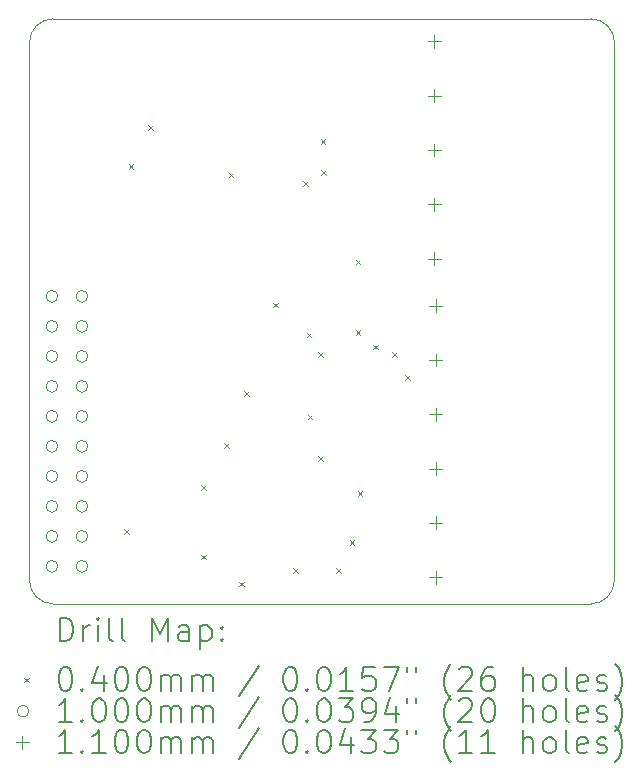
<source format=gbr>
%TF.GenerationSoftware,KiCad,Pcbnew,8.0.0-rc2-358-gd9abaa23a4*%
%TF.CreationDate,2024-02-08T19:09:20+01:00*%
%TF.ProjectId,xDuinoRail-Breakout-RailcomDetect,78447569-6e6f-4526-9169-6c2d42726561,rev?*%
%TF.SameCoordinates,Original*%
%TF.FileFunction,Drillmap*%
%TF.FilePolarity,Positive*%
%FSLAX45Y45*%
G04 Gerber Fmt 4.5, Leading zero omitted, Abs format (unit mm)*
G04 Created by KiCad (PCBNEW 8.0.0-rc2-358-gd9abaa23a4) date 2024-02-08 19:09:20*
%MOMM*%
%LPD*%
G01*
G04 APERTURE LIST*
%ADD10C,0.100000*%
%ADD11C,0.200000*%
%ADD12C,0.110000*%
G04 APERTURE END LIST*
D10*
X13652500Y-6931000D02*
G75*
G02*
X13852500Y-6731000I200000J0D01*
G01*
X13852500Y-11684000D02*
G75*
G02*
X13652500Y-11484000I0J200000D01*
G01*
X18405500Y-11684000D02*
X13852500Y-11684000D01*
X18405500Y-6731000D02*
G75*
G02*
X18605500Y-6931000I0J-200000D01*
G01*
X18605500Y-11484000D02*
G75*
G02*
X18405500Y-11684000I-200000J0D01*
G01*
X13652500Y-11484000D02*
X13652500Y-6931000D01*
X13852500Y-6731000D02*
X18405500Y-6731000D01*
X18605500Y-6931000D02*
X18605500Y-11484000D01*
D11*
D10*
X14452420Y-11053860D02*
X14492420Y-11093860D01*
X14492420Y-11053860D02*
X14452420Y-11093860D01*
X14492660Y-7959020D02*
X14532660Y-7999020D01*
X14532660Y-7959020D02*
X14492660Y-7999020D01*
X14655750Y-7629700D02*
X14695750Y-7669700D01*
X14695750Y-7629700D02*
X14655750Y-7669700D01*
X15104240Y-10676580D02*
X15144240Y-10716580D01*
X15144240Y-10676580D02*
X15104240Y-10716580D01*
X15104240Y-11266820D02*
X15144240Y-11306820D01*
X15144240Y-11266820D02*
X15104240Y-11306820D01*
X15299290Y-10320700D02*
X15339290Y-10360700D01*
X15339290Y-10320700D02*
X15299290Y-10360700D01*
X15339910Y-8034070D02*
X15379910Y-8074070D01*
X15379910Y-8034070D02*
X15339910Y-8074070D01*
X15428460Y-11495320D02*
X15468460Y-11535320D01*
X15468460Y-11495320D02*
X15428460Y-11535320D01*
X15472770Y-9885300D02*
X15512770Y-9925300D01*
X15512770Y-9885300D02*
X15472770Y-9925300D01*
X15718500Y-9133000D02*
X15758500Y-9173000D01*
X15758500Y-9133000D02*
X15718500Y-9173000D01*
X15883530Y-11383280D02*
X15923530Y-11423280D01*
X15923530Y-11383280D02*
X15883530Y-11423280D01*
X15972310Y-8104080D02*
X16012310Y-8144080D01*
X16012310Y-8104080D02*
X15972310Y-8144080D01*
X15998780Y-9386980D02*
X16038780Y-9426980D01*
X16038780Y-9386980D02*
X15998780Y-9426980D01*
X16009000Y-10081880D02*
X16049000Y-10121880D01*
X16049000Y-10081880D02*
X16009000Y-10121880D01*
X16094470Y-9555270D02*
X16134470Y-9595270D01*
X16134470Y-9555270D02*
X16094470Y-9595270D01*
X16096000Y-10430760D02*
X16136000Y-10470760D01*
X16136000Y-10430760D02*
X16096000Y-10470760D01*
X16117920Y-7752390D02*
X16157920Y-7792390D01*
X16157920Y-7752390D02*
X16117920Y-7792390D01*
X16119720Y-8012500D02*
X16159720Y-8052500D01*
X16159720Y-8012500D02*
X16119720Y-8052500D01*
X16249540Y-11383280D02*
X16289540Y-11423280D01*
X16289540Y-11383280D02*
X16249540Y-11423280D01*
X16363000Y-11146760D02*
X16403000Y-11186760D01*
X16403000Y-11146760D02*
X16363000Y-11186760D01*
X16414830Y-8770290D02*
X16454830Y-8810290D01*
X16454830Y-8770290D02*
X16414830Y-8810290D01*
X16414830Y-9366410D02*
X16454830Y-9406410D01*
X16454830Y-9366410D02*
X16414830Y-9406410D01*
X16431510Y-10728190D02*
X16471510Y-10768190D01*
X16471510Y-10728190D02*
X16431510Y-10768190D01*
X16562700Y-9488450D02*
X16602700Y-9528450D01*
X16602700Y-9488450D02*
X16562700Y-9528450D01*
X16725440Y-9553930D02*
X16765440Y-9593930D01*
X16765440Y-9553930D02*
X16725440Y-9593930D01*
X16833890Y-9750680D02*
X16873890Y-9790680D01*
X16873890Y-9750680D02*
X16833890Y-9790680D01*
X13893000Y-9080500D02*
G75*
G02*
X13793000Y-9080500I-50000J0D01*
G01*
X13793000Y-9080500D02*
G75*
G02*
X13893000Y-9080500I50000J0D01*
G01*
X13893000Y-9334500D02*
G75*
G02*
X13793000Y-9334500I-50000J0D01*
G01*
X13793000Y-9334500D02*
G75*
G02*
X13893000Y-9334500I50000J0D01*
G01*
X13893000Y-9588500D02*
G75*
G02*
X13793000Y-9588500I-50000J0D01*
G01*
X13793000Y-9588500D02*
G75*
G02*
X13893000Y-9588500I50000J0D01*
G01*
X13893000Y-9842500D02*
G75*
G02*
X13793000Y-9842500I-50000J0D01*
G01*
X13793000Y-9842500D02*
G75*
G02*
X13893000Y-9842500I50000J0D01*
G01*
X13893000Y-10096500D02*
G75*
G02*
X13793000Y-10096500I-50000J0D01*
G01*
X13793000Y-10096500D02*
G75*
G02*
X13893000Y-10096500I50000J0D01*
G01*
X13893000Y-10350500D02*
G75*
G02*
X13793000Y-10350500I-50000J0D01*
G01*
X13793000Y-10350500D02*
G75*
G02*
X13893000Y-10350500I50000J0D01*
G01*
X13893000Y-10604500D02*
G75*
G02*
X13793000Y-10604500I-50000J0D01*
G01*
X13793000Y-10604500D02*
G75*
G02*
X13893000Y-10604500I50000J0D01*
G01*
X13893000Y-10858500D02*
G75*
G02*
X13793000Y-10858500I-50000J0D01*
G01*
X13793000Y-10858500D02*
G75*
G02*
X13893000Y-10858500I50000J0D01*
G01*
X13893000Y-11112500D02*
G75*
G02*
X13793000Y-11112500I-50000J0D01*
G01*
X13793000Y-11112500D02*
G75*
G02*
X13893000Y-11112500I50000J0D01*
G01*
X13893000Y-11366500D02*
G75*
G02*
X13793000Y-11366500I-50000J0D01*
G01*
X13793000Y-11366500D02*
G75*
G02*
X13893000Y-11366500I50000J0D01*
G01*
X14147000Y-9080500D02*
G75*
G02*
X14047000Y-9080500I-50000J0D01*
G01*
X14047000Y-9080500D02*
G75*
G02*
X14147000Y-9080500I50000J0D01*
G01*
X14147000Y-9334500D02*
G75*
G02*
X14047000Y-9334500I-50000J0D01*
G01*
X14047000Y-9334500D02*
G75*
G02*
X14147000Y-9334500I50000J0D01*
G01*
X14147000Y-9588500D02*
G75*
G02*
X14047000Y-9588500I-50000J0D01*
G01*
X14047000Y-9588500D02*
G75*
G02*
X14147000Y-9588500I50000J0D01*
G01*
X14147000Y-9842500D02*
G75*
G02*
X14047000Y-9842500I-50000J0D01*
G01*
X14047000Y-9842500D02*
G75*
G02*
X14147000Y-9842500I50000J0D01*
G01*
X14147000Y-10096500D02*
G75*
G02*
X14047000Y-10096500I-50000J0D01*
G01*
X14047000Y-10096500D02*
G75*
G02*
X14147000Y-10096500I50000J0D01*
G01*
X14147000Y-10350500D02*
G75*
G02*
X14047000Y-10350500I-50000J0D01*
G01*
X14047000Y-10350500D02*
G75*
G02*
X14147000Y-10350500I50000J0D01*
G01*
X14147000Y-10604500D02*
G75*
G02*
X14047000Y-10604500I-50000J0D01*
G01*
X14047000Y-10604500D02*
G75*
G02*
X14147000Y-10604500I50000J0D01*
G01*
X14147000Y-10858500D02*
G75*
G02*
X14047000Y-10858500I-50000J0D01*
G01*
X14047000Y-10858500D02*
G75*
G02*
X14147000Y-10858500I50000J0D01*
G01*
X14147000Y-11112500D02*
G75*
G02*
X14047000Y-11112500I-50000J0D01*
G01*
X14047000Y-11112500D02*
G75*
G02*
X14147000Y-11112500I50000J0D01*
G01*
X14147000Y-11366500D02*
G75*
G02*
X14047000Y-11366500I-50000J0D01*
G01*
X14047000Y-11366500D02*
G75*
G02*
X14147000Y-11366500I50000J0D01*
G01*
D12*
X17081500Y-6866500D02*
X17081500Y-6976500D01*
X17026500Y-6921500D02*
X17136500Y-6921500D01*
X17081500Y-7326500D02*
X17081500Y-7436500D01*
X17026500Y-7381500D02*
X17136500Y-7381500D01*
X17081500Y-7786500D02*
X17081500Y-7896500D01*
X17026500Y-7841500D02*
X17136500Y-7841500D01*
X17081500Y-8246500D02*
X17081500Y-8356500D01*
X17026500Y-8301500D02*
X17136500Y-8301500D01*
X17081500Y-8706500D02*
X17081500Y-8816500D01*
X17026500Y-8761500D02*
X17136500Y-8761500D01*
X17091500Y-9104500D02*
X17091500Y-9214500D01*
X17036500Y-9159500D02*
X17146500Y-9159500D01*
X17091500Y-9564500D02*
X17091500Y-9674500D01*
X17036500Y-9619500D02*
X17146500Y-9619500D01*
X17091500Y-10024500D02*
X17091500Y-10134500D01*
X17036500Y-10079500D02*
X17146500Y-10079500D01*
X17091500Y-10484500D02*
X17091500Y-10594500D01*
X17036500Y-10539500D02*
X17146500Y-10539500D01*
X17091500Y-10944500D02*
X17091500Y-11054500D01*
X17036500Y-10999500D02*
X17146500Y-10999500D01*
X17091500Y-11404500D02*
X17091500Y-11514500D01*
X17036500Y-11459500D02*
X17146500Y-11459500D01*
D11*
X13908277Y-12000484D02*
X13908277Y-11800484D01*
X13908277Y-11800484D02*
X13955896Y-11800484D01*
X13955896Y-11800484D02*
X13984467Y-11810008D01*
X13984467Y-11810008D02*
X14003515Y-11829055D01*
X14003515Y-11829055D02*
X14013039Y-11848103D01*
X14013039Y-11848103D02*
X14022562Y-11886198D01*
X14022562Y-11886198D02*
X14022562Y-11914769D01*
X14022562Y-11914769D02*
X14013039Y-11952865D01*
X14013039Y-11952865D02*
X14003515Y-11971912D01*
X14003515Y-11971912D02*
X13984467Y-11990960D01*
X13984467Y-11990960D02*
X13955896Y-12000484D01*
X13955896Y-12000484D02*
X13908277Y-12000484D01*
X14108277Y-12000484D02*
X14108277Y-11867150D01*
X14108277Y-11905246D02*
X14117801Y-11886198D01*
X14117801Y-11886198D02*
X14127324Y-11876674D01*
X14127324Y-11876674D02*
X14146372Y-11867150D01*
X14146372Y-11867150D02*
X14165420Y-11867150D01*
X14232086Y-12000484D02*
X14232086Y-11867150D01*
X14232086Y-11800484D02*
X14222562Y-11810008D01*
X14222562Y-11810008D02*
X14232086Y-11819531D01*
X14232086Y-11819531D02*
X14241610Y-11810008D01*
X14241610Y-11810008D02*
X14232086Y-11800484D01*
X14232086Y-11800484D02*
X14232086Y-11819531D01*
X14355896Y-12000484D02*
X14336848Y-11990960D01*
X14336848Y-11990960D02*
X14327324Y-11971912D01*
X14327324Y-11971912D02*
X14327324Y-11800484D01*
X14460658Y-12000484D02*
X14441610Y-11990960D01*
X14441610Y-11990960D02*
X14432086Y-11971912D01*
X14432086Y-11971912D02*
X14432086Y-11800484D01*
X14689229Y-12000484D02*
X14689229Y-11800484D01*
X14689229Y-11800484D02*
X14755896Y-11943341D01*
X14755896Y-11943341D02*
X14822562Y-11800484D01*
X14822562Y-11800484D02*
X14822562Y-12000484D01*
X15003515Y-12000484D02*
X15003515Y-11895722D01*
X15003515Y-11895722D02*
X14993991Y-11876674D01*
X14993991Y-11876674D02*
X14974943Y-11867150D01*
X14974943Y-11867150D02*
X14936848Y-11867150D01*
X14936848Y-11867150D02*
X14917801Y-11876674D01*
X15003515Y-11990960D02*
X14984467Y-12000484D01*
X14984467Y-12000484D02*
X14936848Y-12000484D01*
X14936848Y-12000484D02*
X14917801Y-11990960D01*
X14917801Y-11990960D02*
X14908277Y-11971912D01*
X14908277Y-11971912D02*
X14908277Y-11952865D01*
X14908277Y-11952865D02*
X14917801Y-11933817D01*
X14917801Y-11933817D02*
X14936848Y-11924293D01*
X14936848Y-11924293D02*
X14984467Y-11924293D01*
X14984467Y-11924293D02*
X15003515Y-11914769D01*
X15098753Y-11867150D02*
X15098753Y-12067150D01*
X15098753Y-11876674D02*
X15117801Y-11867150D01*
X15117801Y-11867150D02*
X15155896Y-11867150D01*
X15155896Y-11867150D02*
X15174943Y-11876674D01*
X15174943Y-11876674D02*
X15184467Y-11886198D01*
X15184467Y-11886198D02*
X15193991Y-11905246D01*
X15193991Y-11905246D02*
X15193991Y-11962388D01*
X15193991Y-11962388D02*
X15184467Y-11981436D01*
X15184467Y-11981436D02*
X15174943Y-11990960D01*
X15174943Y-11990960D02*
X15155896Y-12000484D01*
X15155896Y-12000484D02*
X15117801Y-12000484D01*
X15117801Y-12000484D02*
X15098753Y-11990960D01*
X15279705Y-11981436D02*
X15289229Y-11990960D01*
X15289229Y-11990960D02*
X15279705Y-12000484D01*
X15279705Y-12000484D02*
X15270182Y-11990960D01*
X15270182Y-11990960D02*
X15279705Y-11981436D01*
X15279705Y-11981436D02*
X15279705Y-12000484D01*
X15279705Y-11876674D02*
X15289229Y-11886198D01*
X15289229Y-11886198D02*
X15279705Y-11895722D01*
X15279705Y-11895722D02*
X15270182Y-11886198D01*
X15270182Y-11886198D02*
X15279705Y-11876674D01*
X15279705Y-11876674D02*
X15279705Y-11895722D01*
D10*
X13607500Y-12309000D02*
X13647500Y-12349000D01*
X13647500Y-12309000D02*
X13607500Y-12349000D01*
D11*
X13946372Y-12220484D02*
X13965420Y-12220484D01*
X13965420Y-12220484D02*
X13984467Y-12230008D01*
X13984467Y-12230008D02*
X13993991Y-12239531D01*
X13993991Y-12239531D02*
X14003515Y-12258579D01*
X14003515Y-12258579D02*
X14013039Y-12296674D01*
X14013039Y-12296674D02*
X14013039Y-12344293D01*
X14013039Y-12344293D02*
X14003515Y-12382388D01*
X14003515Y-12382388D02*
X13993991Y-12401436D01*
X13993991Y-12401436D02*
X13984467Y-12410960D01*
X13984467Y-12410960D02*
X13965420Y-12420484D01*
X13965420Y-12420484D02*
X13946372Y-12420484D01*
X13946372Y-12420484D02*
X13927324Y-12410960D01*
X13927324Y-12410960D02*
X13917801Y-12401436D01*
X13917801Y-12401436D02*
X13908277Y-12382388D01*
X13908277Y-12382388D02*
X13898753Y-12344293D01*
X13898753Y-12344293D02*
X13898753Y-12296674D01*
X13898753Y-12296674D02*
X13908277Y-12258579D01*
X13908277Y-12258579D02*
X13917801Y-12239531D01*
X13917801Y-12239531D02*
X13927324Y-12230008D01*
X13927324Y-12230008D02*
X13946372Y-12220484D01*
X14098753Y-12401436D02*
X14108277Y-12410960D01*
X14108277Y-12410960D02*
X14098753Y-12420484D01*
X14098753Y-12420484D02*
X14089229Y-12410960D01*
X14089229Y-12410960D02*
X14098753Y-12401436D01*
X14098753Y-12401436D02*
X14098753Y-12420484D01*
X14279705Y-12287150D02*
X14279705Y-12420484D01*
X14232086Y-12210960D02*
X14184467Y-12353817D01*
X14184467Y-12353817D02*
X14308277Y-12353817D01*
X14422562Y-12220484D02*
X14441610Y-12220484D01*
X14441610Y-12220484D02*
X14460658Y-12230008D01*
X14460658Y-12230008D02*
X14470182Y-12239531D01*
X14470182Y-12239531D02*
X14479705Y-12258579D01*
X14479705Y-12258579D02*
X14489229Y-12296674D01*
X14489229Y-12296674D02*
X14489229Y-12344293D01*
X14489229Y-12344293D02*
X14479705Y-12382388D01*
X14479705Y-12382388D02*
X14470182Y-12401436D01*
X14470182Y-12401436D02*
X14460658Y-12410960D01*
X14460658Y-12410960D02*
X14441610Y-12420484D01*
X14441610Y-12420484D02*
X14422562Y-12420484D01*
X14422562Y-12420484D02*
X14403515Y-12410960D01*
X14403515Y-12410960D02*
X14393991Y-12401436D01*
X14393991Y-12401436D02*
X14384467Y-12382388D01*
X14384467Y-12382388D02*
X14374943Y-12344293D01*
X14374943Y-12344293D02*
X14374943Y-12296674D01*
X14374943Y-12296674D02*
X14384467Y-12258579D01*
X14384467Y-12258579D02*
X14393991Y-12239531D01*
X14393991Y-12239531D02*
X14403515Y-12230008D01*
X14403515Y-12230008D02*
X14422562Y-12220484D01*
X14613039Y-12220484D02*
X14632086Y-12220484D01*
X14632086Y-12220484D02*
X14651134Y-12230008D01*
X14651134Y-12230008D02*
X14660658Y-12239531D01*
X14660658Y-12239531D02*
X14670182Y-12258579D01*
X14670182Y-12258579D02*
X14679705Y-12296674D01*
X14679705Y-12296674D02*
X14679705Y-12344293D01*
X14679705Y-12344293D02*
X14670182Y-12382388D01*
X14670182Y-12382388D02*
X14660658Y-12401436D01*
X14660658Y-12401436D02*
X14651134Y-12410960D01*
X14651134Y-12410960D02*
X14632086Y-12420484D01*
X14632086Y-12420484D02*
X14613039Y-12420484D01*
X14613039Y-12420484D02*
X14593991Y-12410960D01*
X14593991Y-12410960D02*
X14584467Y-12401436D01*
X14584467Y-12401436D02*
X14574943Y-12382388D01*
X14574943Y-12382388D02*
X14565420Y-12344293D01*
X14565420Y-12344293D02*
X14565420Y-12296674D01*
X14565420Y-12296674D02*
X14574943Y-12258579D01*
X14574943Y-12258579D02*
X14584467Y-12239531D01*
X14584467Y-12239531D02*
X14593991Y-12230008D01*
X14593991Y-12230008D02*
X14613039Y-12220484D01*
X14765420Y-12420484D02*
X14765420Y-12287150D01*
X14765420Y-12306198D02*
X14774943Y-12296674D01*
X14774943Y-12296674D02*
X14793991Y-12287150D01*
X14793991Y-12287150D02*
X14822563Y-12287150D01*
X14822563Y-12287150D02*
X14841610Y-12296674D01*
X14841610Y-12296674D02*
X14851134Y-12315722D01*
X14851134Y-12315722D02*
X14851134Y-12420484D01*
X14851134Y-12315722D02*
X14860658Y-12296674D01*
X14860658Y-12296674D02*
X14879705Y-12287150D01*
X14879705Y-12287150D02*
X14908277Y-12287150D01*
X14908277Y-12287150D02*
X14927324Y-12296674D01*
X14927324Y-12296674D02*
X14936848Y-12315722D01*
X14936848Y-12315722D02*
X14936848Y-12420484D01*
X15032086Y-12420484D02*
X15032086Y-12287150D01*
X15032086Y-12306198D02*
X15041610Y-12296674D01*
X15041610Y-12296674D02*
X15060658Y-12287150D01*
X15060658Y-12287150D02*
X15089229Y-12287150D01*
X15089229Y-12287150D02*
X15108277Y-12296674D01*
X15108277Y-12296674D02*
X15117801Y-12315722D01*
X15117801Y-12315722D02*
X15117801Y-12420484D01*
X15117801Y-12315722D02*
X15127324Y-12296674D01*
X15127324Y-12296674D02*
X15146372Y-12287150D01*
X15146372Y-12287150D02*
X15174943Y-12287150D01*
X15174943Y-12287150D02*
X15193991Y-12296674D01*
X15193991Y-12296674D02*
X15203515Y-12315722D01*
X15203515Y-12315722D02*
X15203515Y-12420484D01*
X15593991Y-12210960D02*
X15422563Y-12468103D01*
X15851134Y-12220484D02*
X15870182Y-12220484D01*
X15870182Y-12220484D02*
X15889229Y-12230008D01*
X15889229Y-12230008D02*
X15898753Y-12239531D01*
X15898753Y-12239531D02*
X15908277Y-12258579D01*
X15908277Y-12258579D02*
X15917801Y-12296674D01*
X15917801Y-12296674D02*
X15917801Y-12344293D01*
X15917801Y-12344293D02*
X15908277Y-12382388D01*
X15908277Y-12382388D02*
X15898753Y-12401436D01*
X15898753Y-12401436D02*
X15889229Y-12410960D01*
X15889229Y-12410960D02*
X15870182Y-12420484D01*
X15870182Y-12420484D02*
X15851134Y-12420484D01*
X15851134Y-12420484D02*
X15832086Y-12410960D01*
X15832086Y-12410960D02*
X15822563Y-12401436D01*
X15822563Y-12401436D02*
X15813039Y-12382388D01*
X15813039Y-12382388D02*
X15803515Y-12344293D01*
X15803515Y-12344293D02*
X15803515Y-12296674D01*
X15803515Y-12296674D02*
X15813039Y-12258579D01*
X15813039Y-12258579D02*
X15822563Y-12239531D01*
X15822563Y-12239531D02*
X15832086Y-12230008D01*
X15832086Y-12230008D02*
X15851134Y-12220484D01*
X16003515Y-12401436D02*
X16013039Y-12410960D01*
X16013039Y-12410960D02*
X16003515Y-12420484D01*
X16003515Y-12420484D02*
X15993991Y-12410960D01*
X15993991Y-12410960D02*
X16003515Y-12401436D01*
X16003515Y-12401436D02*
X16003515Y-12420484D01*
X16136848Y-12220484D02*
X16155896Y-12220484D01*
X16155896Y-12220484D02*
X16174944Y-12230008D01*
X16174944Y-12230008D02*
X16184467Y-12239531D01*
X16184467Y-12239531D02*
X16193991Y-12258579D01*
X16193991Y-12258579D02*
X16203515Y-12296674D01*
X16203515Y-12296674D02*
X16203515Y-12344293D01*
X16203515Y-12344293D02*
X16193991Y-12382388D01*
X16193991Y-12382388D02*
X16184467Y-12401436D01*
X16184467Y-12401436D02*
X16174944Y-12410960D01*
X16174944Y-12410960D02*
X16155896Y-12420484D01*
X16155896Y-12420484D02*
X16136848Y-12420484D01*
X16136848Y-12420484D02*
X16117801Y-12410960D01*
X16117801Y-12410960D02*
X16108277Y-12401436D01*
X16108277Y-12401436D02*
X16098753Y-12382388D01*
X16098753Y-12382388D02*
X16089229Y-12344293D01*
X16089229Y-12344293D02*
X16089229Y-12296674D01*
X16089229Y-12296674D02*
X16098753Y-12258579D01*
X16098753Y-12258579D02*
X16108277Y-12239531D01*
X16108277Y-12239531D02*
X16117801Y-12230008D01*
X16117801Y-12230008D02*
X16136848Y-12220484D01*
X16393991Y-12420484D02*
X16279706Y-12420484D01*
X16336848Y-12420484D02*
X16336848Y-12220484D01*
X16336848Y-12220484D02*
X16317801Y-12249055D01*
X16317801Y-12249055D02*
X16298753Y-12268103D01*
X16298753Y-12268103D02*
X16279706Y-12277627D01*
X16574944Y-12220484D02*
X16479706Y-12220484D01*
X16479706Y-12220484D02*
X16470182Y-12315722D01*
X16470182Y-12315722D02*
X16479706Y-12306198D01*
X16479706Y-12306198D02*
X16498753Y-12296674D01*
X16498753Y-12296674D02*
X16546372Y-12296674D01*
X16546372Y-12296674D02*
X16565420Y-12306198D01*
X16565420Y-12306198D02*
X16574944Y-12315722D01*
X16574944Y-12315722D02*
X16584467Y-12334769D01*
X16584467Y-12334769D02*
X16584467Y-12382388D01*
X16584467Y-12382388D02*
X16574944Y-12401436D01*
X16574944Y-12401436D02*
X16565420Y-12410960D01*
X16565420Y-12410960D02*
X16546372Y-12420484D01*
X16546372Y-12420484D02*
X16498753Y-12420484D01*
X16498753Y-12420484D02*
X16479706Y-12410960D01*
X16479706Y-12410960D02*
X16470182Y-12401436D01*
X16651134Y-12220484D02*
X16784468Y-12220484D01*
X16784468Y-12220484D02*
X16698753Y-12420484D01*
X16851134Y-12220484D02*
X16851134Y-12258579D01*
X16927325Y-12220484D02*
X16927325Y-12258579D01*
X17222563Y-12496674D02*
X17213039Y-12487150D01*
X17213039Y-12487150D02*
X17193991Y-12458579D01*
X17193991Y-12458579D02*
X17184468Y-12439531D01*
X17184468Y-12439531D02*
X17174944Y-12410960D01*
X17174944Y-12410960D02*
X17165420Y-12363341D01*
X17165420Y-12363341D02*
X17165420Y-12325246D01*
X17165420Y-12325246D02*
X17174944Y-12277627D01*
X17174944Y-12277627D02*
X17184468Y-12249055D01*
X17184468Y-12249055D02*
X17193991Y-12230008D01*
X17193991Y-12230008D02*
X17213039Y-12201436D01*
X17213039Y-12201436D02*
X17222563Y-12191912D01*
X17289230Y-12239531D02*
X17298753Y-12230008D01*
X17298753Y-12230008D02*
X17317801Y-12220484D01*
X17317801Y-12220484D02*
X17365420Y-12220484D01*
X17365420Y-12220484D02*
X17384468Y-12230008D01*
X17384468Y-12230008D02*
X17393991Y-12239531D01*
X17393991Y-12239531D02*
X17403515Y-12258579D01*
X17403515Y-12258579D02*
X17403515Y-12277627D01*
X17403515Y-12277627D02*
X17393991Y-12306198D01*
X17393991Y-12306198D02*
X17279706Y-12420484D01*
X17279706Y-12420484D02*
X17403515Y-12420484D01*
X17574944Y-12220484D02*
X17536849Y-12220484D01*
X17536849Y-12220484D02*
X17517801Y-12230008D01*
X17517801Y-12230008D02*
X17508277Y-12239531D01*
X17508277Y-12239531D02*
X17489230Y-12268103D01*
X17489230Y-12268103D02*
X17479706Y-12306198D01*
X17479706Y-12306198D02*
X17479706Y-12382388D01*
X17479706Y-12382388D02*
X17489230Y-12401436D01*
X17489230Y-12401436D02*
X17498753Y-12410960D01*
X17498753Y-12410960D02*
X17517801Y-12420484D01*
X17517801Y-12420484D02*
X17555896Y-12420484D01*
X17555896Y-12420484D02*
X17574944Y-12410960D01*
X17574944Y-12410960D02*
X17584468Y-12401436D01*
X17584468Y-12401436D02*
X17593991Y-12382388D01*
X17593991Y-12382388D02*
X17593991Y-12334769D01*
X17593991Y-12334769D02*
X17584468Y-12315722D01*
X17584468Y-12315722D02*
X17574944Y-12306198D01*
X17574944Y-12306198D02*
X17555896Y-12296674D01*
X17555896Y-12296674D02*
X17517801Y-12296674D01*
X17517801Y-12296674D02*
X17498753Y-12306198D01*
X17498753Y-12306198D02*
X17489230Y-12315722D01*
X17489230Y-12315722D02*
X17479706Y-12334769D01*
X17832087Y-12420484D02*
X17832087Y-12220484D01*
X17917801Y-12420484D02*
X17917801Y-12315722D01*
X17917801Y-12315722D02*
X17908277Y-12296674D01*
X17908277Y-12296674D02*
X17889230Y-12287150D01*
X17889230Y-12287150D02*
X17860658Y-12287150D01*
X17860658Y-12287150D02*
X17841611Y-12296674D01*
X17841611Y-12296674D02*
X17832087Y-12306198D01*
X18041611Y-12420484D02*
X18022563Y-12410960D01*
X18022563Y-12410960D02*
X18013039Y-12401436D01*
X18013039Y-12401436D02*
X18003515Y-12382388D01*
X18003515Y-12382388D02*
X18003515Y-12325246D01*
X18003515Y-12325246D02*
X18013039Y-12306198D01*
X18013039Y-12306198D02*
X18022563Y-12296674D01*
X18022563Y-12296674D02*
X18041611Y-12287150D01*
X18041611Y-12287150D02*
X18070182Y-12287150D01*
X18070182Y-12287150D02*
X18089230Y-12296674D01*
X18089230Y-12296674D02*
X18098753Y-12306198D01*
X18098753Y-12306198D02*
X18108277Y-12325246D01*
X18108277Y-12325246D02*
X18108277Y-12382388D01*
X18108277Y-12382388D02*
X18098753Y-12401436D01*
X18098753Y-12401436D02*
X18089230Y-12410960D01*
X18089230Y-12410960D02*
X18070182Y-12420484D01*
X18070182Y-12420484D02*
X18041611Y-12420484D01*
X18222563Y-12420484D02*
X18203515Y-12410960D01*
X18203515Y-12410960D02*
X18193992Y-12391912D01*
X18193992Y-12391912D02*
X18193992Y-12220484D01*
X18374944Y-12410960D02*
X18355896Y-12420484D01*
X18355896Y-12420484D02*
X18317801Y-12420484D01*
X18317801Y-12420484D02*
X18298753Y-12410960D01*
X18298753Y-12410960D02*
X18289230Y-12391912D01*
X18289230Y-12391912D02*
X18289230Y-12315722D01*
X18289230Y-12315722D02*
X18298753Y-12296674D01*
X18298753Y-12296674D02*
X18317801Y-12287150D01*
X18317801Y-12287150D02*
X18355896Y-12287150D01*
X18355896Y-12287150D02*
X18374944Y-12296674D01*
X18374944Y-12296674D02*
X18384468Y-12315722D01*
X18384468Y-12315722D02*
X18384468Y-12334769D01*
X18384468Y-12334769D02*
X18289230Y-12353817D01*
X18460658Y-12410960D02*
X18479706Y-12420484D01*
X18479706Y-12420484D02*
X18517801Y-12420484D01*
X18517801Y-12420484D02*
X18536849Y-12410960D01*
X18536849Y-12410960D02*
X18546373Y-12391912D01*
X18546373Y-12391912D02*
X18546373Y-12382388D01*
X18546373Y-12382388D02*
X18536849Y-12363341D01*
X18536849Y-12363341D02*
X18517801Y-12353817D01*
X18517801Y-12353817D02*
X18489230Y-12353817D01*
X18489230Y-12353817D02*
X18470182Y-12344293D01*
X18470182Y-12344293D02*
X18460658Y-12325246D01*
X18460658Y-12325246D02*
X18460658Y-12315722D01*
X18460658Y-12315722D02*
X18470182Y-12296674D01*
X18470182Y-12296674D02*
X18489230Y-12287150D01*
X18489230Y-12287150D02*
X18517801Y-12287150D01*
X18517801Y-12287150D02*
X18536849Y-12296674D01*
X18613039Y-12496674D02*
X18622563Y-12487150D01*
X18622563Y-12487150D02*
X18641611Y-12458579D01*
X18641611Y-12458579D02*
X18651134Y-12439531D01*
X18651134Y-12439531D02*
X18660658Y-12410960D01*
X18660658Y-12410960D02*
X18670182Y-12363341D01*
X18670182Y-12363341D02*
X18670182Y-12325246D01*
X18670182Y-12325246D02*
X18660658Y-12277627D01*
X18660658Y-12277627D02*
X18651134Y-12249055D01*
X18651134Y-12249055D02*
X18641611Y-12230008D01*
X18641611Y-12230008D02*
X18622563Y-12201436D01*
X18622563Y-12201436D02*
X18613039Y-12191912D01*
D10*
X13647500Y-12593000D02*
G75*
G02*
X13547500Y-12593000I-50000J0D01*
G01*
X13547500Y-12593000D02*
G75*
G02*
X13647500Y-12593000I50000J0D01*
G01*
D11*
X14013039Y-12684484D02*
X13898753Y-12684484D01*
X13955896Y-12684484D02*
X13955896Y-12484484D01*
X13955896Y-12484484D02*
X13936848Y-12513055D01*
X13936848Y-12513055D02*
X13917801Y-12532103D01*
X13917801Y-12532103D02*
X13898753Y-12541627D01*
X14098753Y-12665436D02*
X14108277Y-12674960D01*
X14108277Y-12674960D02*
X14098753Y-12684484D01*
X14098753Y-12684484D02*
X14089229Y-12674960D01*
X14089229Y-12674960D02*
X14098753Y-12665436D01*
X14098753Y-12665436D02*
X14098753Y-12684484D01*
X14232086Y-12484484D02*
X14251134Y-12484484D01*
X14251134Y-12484484D02*
X14270182Y-12494008D01*
X14270182Y-12494008D02*
X14279705Y-12503531D01*
X14279705Y-12503531D02*
X14289229Y-12522579D01*
X14289229Y-12522579D02*
X14298753Y-12560674D01*
X14298753Y-12560674D02*
X14298753Y-12608293D01*
X14298753Y-12608293D02*
X14289229Y-12646388D01*
X14289229Y-12646388D02*
X14279705Y-12665436D01*
X14279705Y-12665436D02*
X14270182Y-12674960D01*
X14270182Y-12674960D02*
X14251134Y-12684484D01*
X14251134Y-12684484D02*
X14232086Y-12684484D01*
X14232086Y-12684484D02*
X14213039Y-12674960D01*
X14213039Y-12674960D02*
X14203515Y-12665436D01*
X14203515Y-12665436D02*
X14193991Y-12646388D01*
X14193991Y-12646388D02*
X14184467Y-12608293D01*
X14184467Y-12608293D02*
X14184467Y-12560674D01*
X14184467Y-12560674D02*
X14193991Y-12522579D01*
X14193991Y-12522579D02*
X14203515Y-12503531D01*
X14203515Y-12503531D02*
X14213039Y-12494008D01*
X14213039Y-12494008D02*
X14232086Y-12484484D01*
X14422562Y-12484484D02*
X14441610Y-12484484D01*
X14441610Y-12484484D02*
X14460658Y-12494008D01*
X14460658Y-12494008D02*
X14470182Y-12503531D01*
X14470182Y-12503531D02*
X14479705Y-12522579D01*
X14479705Y-12522579D02*
X14489229Y-12560674D01*
X14489229Y-12560674D02*
X14489229Y-12608293D01*
X14489229Y-12608293D02*
X14479705Y-12646388D01*
X14479705Y-12646388D02*
X14470182Y-12665436D01*
X14470182Y-12665436D02*
X14460658Y-12674960D01*
X14460658Y-12674960D02*
X14441610Y-12684484D01*
X14441610Y-12684484D02*
X14422562Y-12684484D01*
X14422562Y-12684484D02*
X14403515Y-12674960D01*
X14403515Y-12674960D02*
X14393991Y-12665436D01*
X14393991Y-12665436D02*
X14384467Y-12646388D01*
X14384467Y-12646388D02*
X14374943Y-12608293D01*
X14374943Y-12608293D02*
X14374943Y-12560674D01*
X14374943Y-12560674D02*
X14384467Y-12522579D01*
X14384467Y-12522579D02*
X14393991Y-12503531D01*
X14393991Y-12503531D02*
X14403515Y-12494008D01*
X14403515Y-12494008D02*
X14422562Y-12484484D01*
X14613039Y-12484484D02*
X14632086Y-12484484D01*
X14632086Y-12484484D02*
X14651134Y-12494008D01*
X14651134Y-12494008D02*
X14660658Y-12503531D01*
X14660658Y-12503531D02*
X14670182Y-12522579D01*
X14670182Y-12522579D02*
X14679705Y-12560674D01*
X14679705Y-12560674D02*
X14679705Y-12608293D01*
X14679705Y-12608293D02*
X14670182Y-12646388D01*
X14670182Y-12646388D02*
X14660658Y-12665436D01*
X14660658Y-12665436D02*
X14651134Y-12674960D01*
X14651134Y-12674960D02*
X14632086Y-12684484D01*
X14632086Y-12684484D02*
X14613039Y-12684484D01*
X14613039Y-12684484D02*
X14593991Y-12674960D01*
X14593991Y-12674960D02*
X14584467Y-12665436D01*
X14584467Y-12665436D02*
X14574943Y-12646388D01*
X14574943Y-12646388D02*
X14565420Y-12608293D01*
X14565420Y-12608293D02*
X14565420Y-12560674D01*
X14565420Y-12560674D02*
X14574943Y-12522579D01*
X14574943Y-12522579D02*
X14584467Y-12503531D01*
X14584467Y-12503531D02*
X14593991Y-12494008D01*
X14593991Y-12494008D02*
X14613039Y-12484484D01*
X14765420Y-12684484D02*
X14765420Y-12551150D01*
X14765420Y-12570198D02*
X14774943Y-12560674D01*
X14774943Y-12560674D02*
X14793991Y-12551150D01*
X14793991Y-12551150D02*
X14822563Y-12551150D01*
X14822563Y-12551150D02*
X14841610Y-12560674D01*
X14841610Y-12560674D02*
X14851134Y-12579722D01*
X14851134Y-12579722D02*
X14851134Y-12684484D01*
X14851134Y-12579722D02*
X14860658Y-12560674D01*
X14860658Y-12560674D02*
X14879705Y-12551150D01*
X14879705Y-12551150D02*
X14908277Y-12551150D01*
X14908277Y-12551150D02*
X14927324Y-12560674D01*
X14927324Y-12560674D02*
X14936848Y-12579722D01*
X14936848Y-12579722D02*
X14936848Y-12684484D01*
X15032086Y-12684484D02*
X15032086Y-12551150D01*
X15032086Y-12570198D02*
X15041610Y-12560674D01*
X15041610Y-12560674D02*
X15060658Y-12551150D01*
X15060658Y-12551150D02*
X15089229Y-12551150D01*
X15089229Y-12551150D02*
X15108277Y-12560674D01*
X15108277Y-12560674D02*
X15117801Y-12579722D01*
X15117801Y-12579722D02*
X15117801Y-12684484D01*
X15117801Y-12579722D02*
X15127324Y-12560674D01*
X15127324Y-12560674D02*
X15146372Y-12551150D01*
X15146372Y-12551150D02*
X15174943Y-12551150D01*
X15174943Y-12551150D02*
X15193991Y-12560674D01*
X15193991Y-12560674D02*
X15203515Y-12579722D01*
X15203515Y-12579722D02*
X15203515Y-12684484D01*
X15593991Y-12474960D02*
X15422563Y-12732103D01*
X15851134Y-12484484D02*
X15870182Y-12484484D01*
X15870182Y-12484484D02*
X15889229Y-12494008D01*
X15889229Y-12494008D02*
X15898753Y-12503531D01*
X15898753Y-12503531D02*
X15908277Y-12522579D01*
X15908277Y-12522579D02*
X15917801Y-12560674D01*
X15917801Y-12560674D02*
X15917801Y-12608293D01*
X15917801Y-12608293D02*
X15908277Y-12646388D01*
X15908277Y-12646388D02*
X15898753Y-12665436D01*
X15898753Y-12665436D02*
X15889229Y-12674960D01*
X15889229Y-12674960D02*
X15870182Y-12684484D01*
X15870182Y-12684484D02*
X15851134Y-12684484D01*
X15851134Y-12684484D02*
X15832086Y-12674960D01*
X15832086Y-12674960D02*
X15822563Y-12665436D01*
X15822563Y-12665436D02*
X15813039Y-12646388D01*
X15813039Y-12646388D02*
X15803515Y-12608293D01*
X15803515Y-12608293D02*
X15803515Y-12560674D01*
X15803515Y-12560674D02*
X15813039Y-12522579D01*
X15813039Y-12522579D02*
X15822563Y-12503531D01*
X15822563Y-12503531D02*
X15832086Y-12494008D01*
X15832086Y-12494008D02*
X15851134Y-12484484D01*
X16003515Y-12665436D02*
X16013039Y-12674960D01*
X16013039Y-12674960D02*
X16003515Y-12684484D01*
X16003515Y-12684484D02*
X15993991Y-12674960D01*
X15993991Y-12674960D02*
X16003515Y-12665436D01*
X16003515Y-12665436D02*
X16003515Y-12684484D01*
X16136848Y-12484484D02*
X16155896Y-12484484D01*
X16155896Y-12484484D02*
X16174944Y-12494008D01*
X16174944Y-12494008D02*
X16184467Y-12503531D01*
X16184467Y-12503531D02*
X16193991Y-12522579D01*
X16193991Y-12522579D02*
X16203515Y-12560674D01*
X16203515Y-12560674D02*
X16203515Y-12608293D01*
X16203515Y-12608293D02*
X16193991Y-12646388D01*
X16193991Y-12646388D02*
X16184467Y-12665436D01*
X16184467Y-12665436D02*
X16174944Y-12674960D01*
X16174944Y-12674960D02*
X16155896Y-12684484D01*
X16155896Y-12684484D02*
X16136848Y-12684484D01*
X16136848Y-12684484D02*
X16117801Y-12674960D01*
X16117801Y-12674960D02*
X16108277Y-12665436D01*
X16108277Y-12665436D02*
X16098753Y-12646388D01*
X16098753Y-12646388D02*
X16089229Y-12608293D01*
X16089229Y-12608293D02*
X16089229Y-12560674D01*
X16089229Y-12560674D02*
X16098753Y-12522579D01*
X16098753Y-12522579D02*
X16108277Y-12503531D01*
X16108277Y-12503531D02*
X16117801Y-12494008D01*
X16117801Y-12494008D02*
X16136848Y-12484484D01*
X16270182Y-12484484D02*
X16393991Y-12484484D01*
X16393991Y-12484484D02*
X16327325Y-12560674D01*
X16327325Y-12560674D02*
X16355896Y-12560674D01*
X16355896Y-12560674D02*
X16374944Y-12570198D01*
X16374944Y-12570198D02*
X16384467Y-12579722D01*
X16384467Y-12579722D02*
X16393991Y-12598769D01*
X16393991Y-12598769D02*
X16393991Y-12646388D01*
X16393991Y-12646388D02*
X16384467Y-12665436D01*
X16384467Y-12665436D02*
X16374944Y-12674960D01*
X16374944Y-12674960D02*
X16355896Y-12684484D01*
X16355896Y-12684484D02*
X16298753Y-12684484D01*
X16298753Y-12684484D02*
X16279706Y-12674960D01*
X16279706Y-12674960D02*
X16270182Y-12665436D01*
X16489229Y-12684484D02*
X16527325Y-12684484D01*
X16527325Y-12684484D02*
X16546372Y-12674960D01*
X16546372Y-12674960D02*
X16555896Y-12665436D01*
X16555896Y-12665436D02*
X16574944Y-12636865D01*
X16574944Y-12636865D02*
X16584467Y-12598769D01*
X16584467Y-12598769D02*
X16584467Y-12522579D01*
X16584467Y-12522579D02*
X16574944Y-12503531D01*
X16574944Y-12503531D02*
X16565420Y-12494008D01*
X16565420Y-12494008D02*
X16546372Y-12484484D01*
X16546372Y-12484484D02*
X16508277Y-12484484D01*
X16508277Y-12484484D02*
X16489229Y-12494008D01*
X16489229Y-12494008D02*
X16479706Y-12503531D01*
X16479706Y-12503531D02*
X16470182Y-12522579D01*
X16470182Y-12522579D02*
X16470182Y-12570198D01*
X16470182Y-12570198D02*
X16479706Y-12589246D01*
X16479706Y-12589246D02*
X16489229Y-12598769D01*
X16489229Y-12598769D02*
X16508277Y-12608293D01*
X16508277Y-12608293D02*
X16546372Y-12608293D01*
X16546372Y-12608293D02*
X16565420Y-12598769D01*
X16565420Y-12598769D02*
X16574944Y-12589246D01*
X16574944Y-12589246D02*
X16584467Y-12570198D01*
X16755896Y-12551150D02*
X16755896Y-12684484D01*
X16708277Y-12474960D02*
X16660658Y-12617817D01*
X16660658Y-12617817D02*
X16784468Y-12617817D01*
X16851134Y-12484484D02*
X16851134Y-12522579D01*
X16927325Y-12484484D02*
X16927325Y-12522579D01*
X17222563Y-12760674D02*
X17213039Y-12751150D01*
X17213039Y-12751150D02*
X17193991Y-12722579D01*
X17193991Y-12722579D02*
X17184468Y-12703531D01*
X17184468Y-12703531D02*
X17174944Y-12674960D01*
X17174944Y-12674960D02*
X17165420Y-12627341D01*
X17165420Y-12627341D02*
X17165420Y-12589246D01*
X17165420Y-12589246D02*
X17174944Y-12541627D01*
X17174944Y-12541627D02*
X17184468Y-12513055D01*
X17184468Y-12513055D02*
X17193991Y-12494008D01*
X17193991Y-12494008D02*
X17213039Y-12465436D01*
X17213039Y-12465436D02*
X17222563Y-12455912D01*
X17289230Y-12503531D02*
X17298753Y-12494008D01*
X17298753Y-12494008D02*
X17317801Y-12484484D01*
X17317801Y-12484484D02*
X17365420Y-12484484D01*
X17365420Y-12484484D02*
X17384468Y-12494008D01*
X17384468Y-12494008D02*
X17393991Y-12503531D01*
X17393991Y-12503531D02*
X17403515Y-12522579D01*
X17403515Y-12522579D02*
X17403515Y-12541627D01*
X17403515Y-12541627D02*
X17393991Y-12570198D01*
X17393991Y-12570198D02*
X17279706Y-12684484D01*
X17279706Y-12684484D02*
X17403515Y-12684484D01*
X17527325Y-12484484D02*
X17546372Y-12484484D01*
X17546372Y-12484484D02*
X17565420Y-12494008D01*
X17565420Y-12494008D02*
X17574944Y-12503531D01*
X17574944Y-12503531D02*
X17584468Y-12522579D01*
X17584468Y-12522579D02*
X17593991Y-12560674D01*
X17593991Y-12560674D02*
X17593991Y-12608293D01*
X17593991Y-12608293D02*
X17584468Y-12646388D01*
X17584468Y-12646388D02*
X17574944Y-12665436D01*
X17574944Y-12665436D02*
X17565420Y-12674960D01*
X17565420Y-12674960D02*
X17546372Y-12684484D01*
X17546372Y-12684484D02*
X17527325Y-12684484D01*
X17527325Y-12684484D02*
X17508277Y-12674960D01*
X17508277Y-12674960D02*
X17498753Y-12665436D01*
X17498753Y-12665436D02*
X17489230Y-12646388D01*
X17489230Y-12646388D02*
X17479706Y-12608293D01*
X17479706Y-12608293D02*
X17479706Y-12560674D01*
X17479706Y-12560674D02*
X17489230Y-12522579D01*
X17489230Y-12522579D02*
X17498753Y-12503531D01*
X17498753Y-12503531D02*
X17508277Y-12494008D01*
X17508277Y-12494008D02*
X17527325Y-12484484D01*
X17832087Y-12684484D02*
X17832087Y-12484484D01*
X17917801Y-12684484D02*
X17917801Y-12579722D01*
X17917801Y-12579722D02*
X17908277Y-12560674D01*
X17908277Y-12560674D02*
X17889230Y-12551150D01*
X17889230Y-12551150D02*
X17860658Y-12551150D01*
X17860658Y-12551150D02*
X17841611Y-12560674D01*
X17841611Y-12560674D02*
X17832087Y-12570198D01*
X18041611Y-12684484D02*
X18022563Y-12674960D01*
X18022563Y-12674960D02*
X18013039Y-12665436D01*
X18013039Y-12665436D02*
X18003515Y-12646388D01*
X18003515Y-12646388D02*
X18003515Y-12589246D01*
X18003515Y-12589246D02*
X18013039Y-12570198D01*
X18013039Y-12570198D02*
X18022563Y-12560674D01*
X18022563Y-12560674D02*
X18041611Y-12551150D01*
X18041611Y-12551150D02*
X18070182Y-12551150D01*
X18070182Y-12551150D02*
X18089230Y-12560674D01*
X18089230Y-12560674D02*
X18098753Y-12570198D01*
X18098753Y-12570198D02*
X18108277Y-12589246D01*
X18108277Y-12589246D02*
X18108277Y-12646388D01*
X18108277Y-12646388D02*
X18098753Y-12665436D01*
X18098753Y-12665436D02*
X18089230Y-12674960D01*
X18089230Y-12674960D02*
X18070182Y-12684484D01*
X18070182Y-12684484D02*
X18041611Y-12684484D01*
X18222563Y-12684484D02*
X18203515Y-12674960D01*
X18203515Y-12674960D02*
X18193992Y-12655912D01*
X18193992Y-12655912D02*
X18193992Y-12484484D01*
X18374944Y-12674960D02*
X18355896Y-12684484D01*
X18355896Y-12684484D02*
X18317801Y-12684484D01*
X18317801Y-12684484D02*
X18298753Y-12674960D01*
X18298753Y-12674960D02*
X18289230Y-12655912D01*
X18289230Y-12655912D02*
X18289230Y-12579722D01*
X18289230Y-12579722D02*
X18298753Y-12560674D01*
X18298753Y-12560674D02*
X18317801Y-12551150D01*
X18317801Y-12551150D02*
X18355896Y-12551150D01*
X18355896Y-12551150D02*
X18374944Y-12560674D01*
X18374944Y-12560674D02*
X18384468Y-12579722D01*
X18384468Y-12579722D02*
X18384468Y-12598769D01*
X18384468Y-12598769D02*
X18289230Y-12617817D01*
X18460658Y-12674960D02*
X18479706Y-12684484D01*
X18479706Y-12684484D02*
X18517801Y-12684484D01*
X18517801Y-12684484D02*
X18536849Y-12674960D01*
X18536849Y-12674960D02*
X18546373Y-12655912D01*
X18546373Y-12655912D02*
X18546373Y-12646388D01*
X18546373Y-12646388D02*
X18536849Y-12627341D01*
X18536849Y-12627341D02*
X18517801Y-12617817D01*
X18517801Y-12617817D02*
X18489230Y-12617817D01*
X18489230Y-12617817D02*
X18470182Y-12608293D01*
X18470182Y-12608293D02*
X18460658Y-12589246D01*
X18460658Y-12589246D02*
X18460658Y-12579722D01*
X18460658Y-12579722D02*
X18470182Y-12560674D01*
X18470182Y-12560674D02*
X18489230Y-12551150D01*
X18489230Y-12551150D02*
X18517801Y-12551150D01*
X18517801Y-12551150D02*
X18536849Y-12560674D01*
X18613039Y-12760674D02*
X18622563Y-12751150D01*
X18622563Y-12751150D02*
X18641611Y-12722579D01*
X18641611Y-12722579D02*
X18651134Y-12703531D01*
X18651134Y-12703531D02*
X18660658Y-12674960D01*
X18660658Y-12674960D02*
X18670182Y-12627341D01*
X18670182Y-12627341D02*
X18670182Y-12589246D01*
X18670182Y-12589246D02*
X18660658Y-12541627D01*
X18660658Y-12541627D02*
X18651134Y-12513055D01*
X18651134Y-12513055D02*
X18641611Y-12494008D01*
X18641611Y-12494008D02*
X18622563Y-12465436D01*
X18622563Y-12465436D02*
X18613039Y-12455912D01*
D12*
X13592500Y-12802000D02*
X13592500Y-12912000D01*
X13537500Y-12857000D02*
X13647500Y-12857000D01*
D11*
X14013039Y-12948484D02*
X13898753Y-12948484D01*
X13955896Y-12948484D02*
X13955896Y-12748484D01*
X13955896Y-12748484D02*
X13936848Y-12777055D01*
X13936848Y-12777055D02*
X13917801Y-12796103D01*
X13917801Y-12796103D02*
X13898753Y-12805627D01*
X14098753Y-12929436D02*
X14108277Y-12938960D01*
X14108277Y-12938960D02*
X14098753Y-12948484D01*
X14098753Y-12948484D02*
X14089229Y-12938960D01*
X14089229Y-12938960D02*
X14098753Y-12929436D01*
X14098753Y-12929436D02*
X14098753Y-12948484D01*
X14298753Y-12948484D02*
X14184467Y-12948484D01*
X14241610Y-12948484D02*
X14241610Y-12748484D01*
X14241610Y-12748484D02*
X14222562Y-12777055D01*
X14222562Y-12777055D02*
X14203515Y-12796103D01*
X14203515Y-12796103D02*
X14184467Y-12805627D01*
X14422562Y-12748484D02*
X14441610Y-12748484D01*
X14441610Y-12748484D02*
X14460658Y-12758008D01*
X14460658Y-12758008D02*
X14470182Y-12767531D01*
X14470182Y-12767531D02*
X14479705Y-12786579D01*
X14479705Y-12786579D02*
X14489229Y-12824674D01*
X14489229Y-12824674D02*
X14489229Y-12872293D01*
X14489229Y-12872293D02*
X14479705Y-12910388D01*
X14479705Y-12910388D02*
X14470182Y-12929436D01*
X14470182Y-12929436D02*
X14460658Y-12938960D01*
X14460658Y-12938960D02*
X14441610Y-12948484D01*
X14441610Y-12948484D02*
X14422562Y-12948484D01*
X14422562Y-12948484D02*
X14403515Y-12938960D01*
X14403515Y-12938960D02*
X14393991Y-12929436D01*
X14393991Y-12929436D02*
X14384467Y-12910388D01*
X14384467Y-12910388D02*
X14374943Y-12872293D01*
X14374943Y-12872293D02*
X14374943Y-12824674D01*
X14374943Y-12824674D02*
X14384467Y-12786579D01*
X14384467Y-12786579D02*
X14393991Y-12767531D01*
X14393991Y-12767531D02*
X14403515Y-12758008D01*
X14403515Y-12758008D02*
X14422562Y-12748484D01*
X14613039Y-12748484D02*
X14632086Y-12748484D01*
X14632086Y-12748484D02*
X14651134Y-12758008D01*
X14651134Y-12758008D02*
X14660658Y-12767531D01*
X14660658Y-12767531D02*
X14670182Y-12786579D01*
X14670182Y-12786579D02*
X14679705Y-12824674D01*
X14679705Y-12824674D02*
X14679705Y-12872293D01*
X14679705Y-12872293D02*
X14670182Y-12910388D01*
X14670182Y-12910388D02*
X14660658Y-12929436D01*
X14660658Y-12929436D02*
X14651134Y-12938960D01*
X14651134Y-12938960D02*
X14632086Y-12948484D01*
X14632086Y-12948484D02*
X14613039Y-12948484D01*
X14613039Y-12948484D02*
X14593991Y-12938960D01*
X14593991Y-12938960D02*
X14584467Y-12929436D01*
X14584467Y-12929436D02*
X14574943Y-12910388D01*
X14574943Y-12910388D02*
X14565420Y-12872293D01*
X14565420Y-12872293D02*
X14565420Y-12824674D01*
X14565420Y-12824674D02*
X14574943Y-12786579D01*
X14574943Y-12786579D02*
X14584467Y-12767531D01*
X14584467Y-12767531D02*
X14593991Y-12758008D01*
X14593991Y-12758008D02*
X14613039Y-12748484D01*
X14765420Y-12948484D02*
X14765420Y-12815150D01*
X14765420Y-12834198D02*
X14774943Y-12824674D01*
X14774943Y-12824674D02*
X14793991Y-12815150D01*
X14793991Y-12815150D02*
X14822563Y-12815150D01*
X14822563Y-12815150D02*
X14841610Y-12824674D01*
X14841610Y-12824674D02*
X14851134Y-12843722D01*
X14851134Y-12843722D02*
X14851134Y-12948484D01*
X14851134Y-12843722D02*
X14860658Y-12824674D01*
X14860658Y-12824674D02*
X14879705Y-12815150D01*
X14879705Y-12815150D02*
X14908277Y-12815150D01*
X14908277Y-12815150D02*
X14927324Y-12824674D01*
X14927324Y-12824674D02*
X14936848Y-12843722D01*
X14936848Y-12843722D02*
X14936848Y-12948484D01*
X15032086Y-12948484D02*
X15032086Y-12815150D01*
X15032086Y-12834198D02*
X15041610Y-12824674D01*
X15041610Y-12824674D02*
X15060658Y-12815150D01*
X15060658Y-12815150D02*
X15089229Y-12815150D01*
X15089229Y-12815150D02*
X15108277Y-12824674D01*
X15108277Y-12824674D02*
X15117801Y-12843722D01*
X15117801Y-12843722D02*
X15117801Y-12948484D01*
X15117801Y-12843722D02*
X15127324Y-12824674D01*
X15127324Y-12824674D02*
X15146372Y-12815150D01*
X15146372Y-12815150D02*
X15174943Y-12815150D01*
X15174943Y-12815150D02*
X15193991Y-12824674D01*
X15193991Y-12824674D02*
X15203515Y-12843722D01*
X15203515Y-12843722D02*
X15203515Y-12948484D01*
X15593991Y-12738960D02*
X15422563Y-12996103D01*
X15851134Y-12748484D02*
X15870182Y-12748484D01*
X15870182Y-12748484D02*
X15889229Y-12758008D01*
X15889229Y-12758008D02*
X15898753Y-12767531D01*
X15898753Y-12767531D02*
X15908277Y-12786579D01*
X15908277Y-12786579D02*
X15917801Y-12824674D01*
X15917801Y-12824674D02*
X15917801Y-12872293D01*
X15917801Y-12872293D02*
X15908277Y-12910388D01*
X15908277Y-12910388D02*
X15898753Y-12929436D01*
X15898753Y-12929436D02*
X15889229Y-12938960D01*
X15889229Y-12938960D02*
X15870182Y-12948484D01*
X15870182Y-12948484D02*
X15851134Y-12948484D01*
X15851134Y-12948484D02*
X15832086Y-12938960D01*
X15832086Y-12938960D02*
X15822563Y-12929436D01*
X15822563Y-12929436D02*
X15813039Y-12910388D01*
X15813039Y-12910388D02*
X15803515Y-12872293D01*
X15803515Y-12872293D02*
X15803515Y-12824674D01*
X15803515Y-12824674D02*
X15813039Y-12786579D01*
X15813039Y-12786579D02*
X15822563Y-12767531D01*
X15822563Y-12767531D02*
X15832086Y-12758008D01*
X15832086Y-12758008D02*
X15851134Y-12748484D01*
X16003515Y-12929436D02*
X16013039Y-12938960D01*
X16013039Y-12938960D02*
X16003515Y-12948484D01*
X16003515Y-12948484D02*
X15993991Y-12938960D01*
X15993991Y-12938960D02*
X16003515Y-12929436D01*
X16003515Y-12929436D02*
X16003515Y-12948484D01*
X16136848Y-12748484D02*
X16155896Y-12748484D01*
X16155896Y-12748484D02*
X16174944Y-12758008D01*
X16174944Y-12758008D02*
X16184467Y-12767531D01*
X16184467Y-12767531D02*
X16193991Y-12786579D01*
X16193991Y-12786579D02*
X16203515Y-12824674D01*
X16203515Y-12824674D02*
X16203515Y-12872293D01*
X16203515Y-12872293D02*
X16193991Y-12910388D01*
X16193991Y-12910388D02*
X16184467Y-12929436D01*
X16184467Y-12929436D02*
X16174944Y-12938960D01*
X16174944Y-12938960D02*
X16155896Y-12948484D01*
X16155896Y-12948484D02*
X16136848Y-12948484D01*
X16136848Y-12948484D02*
X16117801Y-12938960D01*
X16117801Y-12938960D02*
X16108277Y-12929436D01*
X16108277Y-12929436D02*
X16098753Y-12910388D01*
X16098753Y-12910388D02*
X16089229Y-12872293D01*
X16089229Y-12872293D02*
X16089229Y-12824674D01*
X16089229Y-12824674D02*
X16098753Y-12786579D01*
X16098753Y-12786579D02*
X16108277Y-12767531D01*
X16108277Y-12767531D02*
X16117801Y-12758008D01*
X16117801Y-12758008D02*
X16136848Y-12748484D01*
X16374944Y-12815150D02*
X16374944Y-12948484D01*
X16327325Y-12738960D02*
X16279706Y-12881817D01*
X16279706Y-12881817D02*
X16403515Y-12881817D01*
X16460658Y-12748484D02*
X16584467Y-12748484D01*
X16584467Y-12748484D02*
X16517801Y-12824674D01*
X16517801Y-12824674D02*
X16546372Y-12824674D01*
X16546372Y-12824674D02*
X16565420Y-12834198D01*
X16565420Y-12834198D02*
X16574944Y-12843722D01*
X16574944Y-12843722D02*
X16584467Y-12862769D01*
X16584467Y-12862769D02*
X16584467Y-12910388D01*
X16584467Y-12910388D02*
X16574944Y-12929436D01*
X16574944Y-12929436D02*
X16565420Y-12938960D01*
X16565420Y-12938960D02*
X16546372Y-12948484D01*
X16546372Y-12948484D02*
X16489229Y-12948484D01*
X16489229Y-12948484D02*
X16470182Y-12938960D01*
X16470182Y-12938960D02*
X16460658Y-12929436D01*
X16651134Y-12748484D02*
X16774944Y-12748484D01*
X16774944Y-12748484D02*
X16708277Y-12824674D01*
X16708277Y-12824674D02*
X16736848Y-12824674D01*
X16736848Y-12824674D02*
X16755896Y-12834198D01*
X16755896Y-12834198D02*
X16765420Y-12843722D01*
X16765420Y-12843722D02*
X16774944Y-12862769D01*
X16774944Y-12862769D02*
X16774944Y-12910388D01*
X16774944Y-12910388D02*
X16765420Y-12929436D01*
X16765420Y-12929436D02*
X16755896Y-12938960D01*
X16755896Y-12938960D02*
X16736848Y-12948484D01*
X16736848Y-12948484D02*
X16679706Y-12948484D01*
X16679706Y-12948484D02*
X16660658Y-12938960D01*
X16660658Y-12938960D02*
X16651134Y-12929436D01*
X16851134Y-12748484D02*
X16851134Y-12786579D01*
X16927325Y-12748484D02*
X16927325Y-12786579D01*
X17222563Y-13024674D02*
X17213039Y-13015150D01*
X17213039Y-13015150D02*
X17193991Y-12986579D01*
X17193991Y-12986579D02*
X17184468Y-12967531D01*
X17184468Y-12967531D02*
X17174944Y-12938960D01*
X17174944Y-12938960D02*
X17165420Y-12891341D01*
X17165420Y-12891341D02*
X17165420Y-12853246D01*
X17165420Y-12853246D02*
X17174944Y-12805627D01*
X17174944Y-12805627D02*
X17184468Y-12777055D01*
X17184468Y-12777055D02*
X17193991Y-12758008D01*
X17193991Y-12758008D02*
X17213039Y-12729436D01*
X17213039Y-12729436D02*
X17222563Y-12719912D01*
X17403515Y-12948484D02*
X17289230Y-12948484D01*
X17346372Y-12948484D02*
X17346372Y-12748484D01*
X17346372Y-12748484D02*
X17327325Y-12777055D01*
X17327325Y-12777055D02*
X17308277Y-12796103D01*
X17308277Y-12796103D02*
X17289230Y-12805627D01*
X17593991Y-12948484D02*
X17479706Y-12948484D01*
X17536849Y-12948484D02*
X17536849Y-12748484D01*
X17536849Y-12748484D02*
X17517801Y-12777055D01*
X17517801Y-12777055D02*
X17498753Y-12796103D01*
X17498753Y-12796103D02*
X17479706Y-12805627D01*
X17832087Y-12948484D02*
X17832087Y-12748484D01*
X17917801Y-12948484D02*
X17917801Y-12843722D01*
X17917801Y-12843722D02*
X17908277Y-12824674D01*
X17908277Y-12824674D02*
X17889230Y-12815150D01*
X17889230Y-12815150D02*
X17860658Y-12815150D01*
X17860658Y-12815150D02*
X17841611Y-12824674D01*
X17841611Y-12824674D02*
X17832087Y-12834198D01*
X18041611Y-12948484D02*
X18022563Y-12938960D01*
X18022563Y-12938960D02*
X18013039Y-12929436D01*
X18013039Y-12929436D02*
X18003515Y-12910388D01*
X18003515Y-12910388D02*
X18003515Y-12853246D01*
X18003515Y-12853246D02*
X18013039Y-12834198D01*
X18013039Y-12834198D02*
X18022563Y-12824674D01*
X18022563Y-12824674D02*
X18041611Y-12815150D01*
X18041611Y-12815150D02*
X18070182Y-12815150D01*
X18070182Y-12815150D02*
X18089230Y-12824674D01*
X18089230Y-12824674D02*
X18098753Y-12834198D01*
X18098753Y-12834198D02*
X18108277Y-12853246D01*
X18108277Y-12853246D02*
X18108277Y-12910388D01*
X18108277Y-12910388D02*
X18098753Y-12929436D01*
X18098753Y-12929436D02*
X18089230Y-12938960D01*
X18089230Y-12938960D02*
X18070182Y-12948484D01*
X18070182Y-12948484D02*
X18041611Y-12948484D01*
X18222563Y-12948484D02*
X18203515Y-12938960D01*
X18203515Y-12938960D02*
X18193992Y-12919912D01*
X18193992Y-12919912D02*
X18193992Y-12748484D01*
X18374944Y-12938960D02*
X18355896Y-12948484D01*
X18355896Y-12948484D02*
X18317801Y-12948484D01*
X18317801Y-12948484D02*
X18298753Y-12938960D01*
X18298753Y-12938960D02*
X18289230Y-12919912D01*
X18289230Y-12919912D02*
X18289230Y-12843722D01*
X18289230Y-12843722D02*
X18298753Y-12824674D01*
X18298753Y-12824674D02*
X18317801Y-12815150D01*
X18317801Y-12815150D02*
X18355896Y-12815150D01*
X18355896Y-12815150D02*
X18374944Y-12824674D01*
X18374944Y-12824674D02*
X18384468Y-12843722D01*
X18384468Y-12843722D02*
X18384468Y-12862769D01*
X18384468Y-12862769D02*
X18289230Y-12881817D01*
X18460658Y-12938960D02*
X18479706Y-12948484D01*
X18479706Y-12948484D02*
X18517801Y-12948484D01*
X18517801Y-12948484D02*
X18536849Y-12938960D01*
X18536849Y-12938960D02*
X18546373Y-12919912D01*
X18546373Y-12919912D02*
X18546373Y-12910388D01*
X18546373Y-12910388D02*
X18536849Y-12891341D01*
X18536849Y-12891341D02*
X18517801Y-12881817D01*
X18517801Y-12881817D02*
X18489230Y-12881817D01*
X18489230Y-12881817D02*
X18470182Y-12872293D01*
X18470182Y-12872293D02*
X18460658Y-12853246D01*
X18460658Y-12853246D02*
X18460658Y-12843722D01*
X18460658Y-12843722D02*
X18470182Y-12824674D01*
X18470182Y-12824674D02*
X18489230Y-12815150D01*
X18489230Y-12815150D02*
X18517801Y-12815150D01*
X18517801Y-12815150D02*
X18536849Y-12824674D01*
X18613039Y-13024674D02*
X18622563Y-13015150D01*
X18622563Y-13015150D02*
X18641611Y-12986579D01*
X18641611Y-12986579D02*
X18651134Y-12967531D01*
X18651134Y-12967531D02*
X18660658Y-12938960D01*
X18660658Y-12938960D02*
X18670182Y-12891341D01*
X18670182Y-12891341D02*
X18670182Y-12853246D01*
X18670182Y-12853246D02*
X18660658Y-12805627D01*
X18660658Y-12805627D02*
X18651134Y-12777055D01*
X18651134Y-12777055D02*
X18641611Y-12758008D01*
X18641611Y-12758008D02*
X18622563Y-12729436D01*
X18622563Y-12729436D02*
X18613039Y-12719912D01*
M02*

</source>
